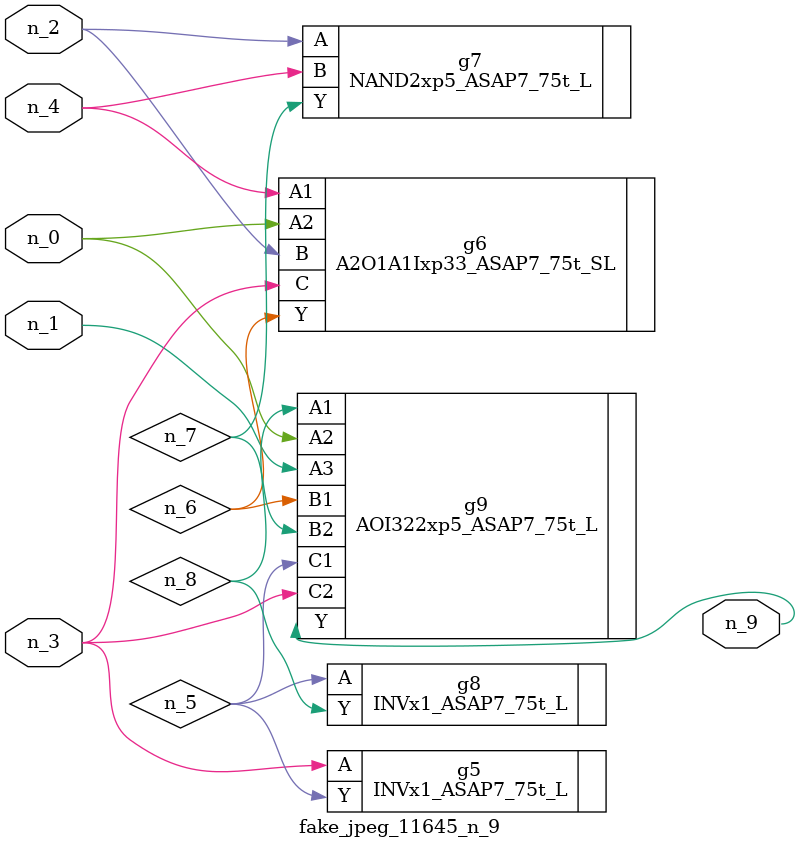
<source format=v>
module fake_jpeg_11645_n_9 (n_3, n_2, n_1, n_0, n_4, n_9);

input n_3;
input n_2;
input n_1;
input n_0;
input n_4;

output n_9;

wire n_8;
wire n_6;
wire n_5;
wire n_7;

INVx1_ASAP7_75t_L g5 ( 
.A(n_3),
.Y(n_5)
);

A2O1A1Ixp33_ASAP7_75t_SL g6 ( 
.A1(n_4),
.A2(n_0),
.B(n_2),
.C(n_3),
.Y(n_6)
);

NAND2xp5_ASAP7_75t_L g7 ( 
.A(n_2),
.B(n_4),
.Y(n_7)
);

INVx1_ASAP7_75t_L g8 ( 
.A(n_5),
.Y(n_8)
);

AOI322xp5_ASAP7_75t_L g9 ( 
.A1(n_8),
.A2(n_0),
.A3(n_1),
.B1(n_6),
.B2(n_7),
.C1(n_5),
.C2(n_3),
.Y(n_9)
);


endmodule
</source>
